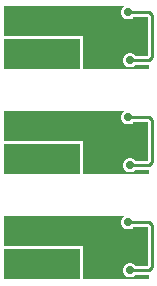
<source format=gbr>
G04 start of page 3 for group 1 idx 1 *
G04 Title: (unknown), bottom *
G04 Creator: pcb 20140316 *
G04 CreationDate: Sat 14 Dec 2019 03:41:57 AM GMT UTC *
G04 For: railfan *
G04 Format: Gerber/RS-274X *
G04 PCB-Dimensions (mil): 900.00 2000.00 *
G04 PCB-Coordinate-Origin: lower left *
%MOIN*%
%FSLAX25Y25*%
%LNBOTTOM*%
%ADD28C,0.0120*%
%ADD27C,0.0310*%
%ADD26C,0.0280*%
%ADD25C,0.0100*%
%ADD24C,0.0001*%
G54D24*G36*
X31000Y141000D02*Y151000D01*
X56500D01*
Y141000D01*
X31000D01*
G37*
G36*
Y162000D02*X71170D01*
X71085Y161948D01*
X70798Y161702D01*
X70552Y161415D01*
X70355Y161093D01*
X70210Y160744D01*
X70122Y160377D01*
X70093Y160000D01*
X70122Y159623D01*
X70210Y159256D01*
X70355Y158907D01*
X70552Y158585D01*
X70798Y158298D01*
X71085Y158052D01*
X71407Y157855D01*
X71756Y157710D01*
X72123Y157622D01*
X72500Y157593D01*
X72877Y157622D01*
X73244Y157710D01*
X73593Y157855D01*
X73915Y158052D01*
X74202Y158298D01*
X74375Y158500D01*
X78879D01*
X79000Y158379D01*
Y152000D01*
X31000D01*
Y162000D01*
G37*
G36*
X74375Y158500D02*X78879D01*
X79000Y158379D01*
Y145621D01*
X78879Y145500D01*
X74934D01*
X74761Y145702D01*
X74474Y145948D01*
X74152Y146145D01*
X73803Y146290D01*
X73436Y146378D01*
X73059Y146407D01*
X72682Y146378D01*
X72315Y146290D01*
X71966Y146145D01*
X71644Y145948D01*
X71357Y145702D01*
X71111Y145415D01*
X70914Y145093D01*
X70769Y144744D01*
X70681Y144377D01*
X70652Y144000D01*
X70681Y143623D01*
X70769Y143256D01*
X70914Y142907D01*
X71111Y142585D01*
X71357Y142298D01*
X71644Y142052D01*
X71966Y141855D01*
X72315Y141710D01*
X72682Y141622D01*
X73059Y141593D01*
X73436Y141622D01*
X73803Y141710D01*
X74152Y141855D01*
X74474Y142052D01*
X74761Y142298D01*
X74934Y142500D01*
X79441D01*
X79500Y142495D01*
Y141000D01*
X57500D01*
Y162000D01*
X71170D01*
X71085Y161948D01*
X70798Y161702D01*
X70552Y161415D01*
X70355Y161093D01*
X70210Y160744D01*
X70122Y160377D01*
X70093Y160000D01*
X70122Y159623D01*
X70210Y159256D01*
X70355Y158907D01*
X70552Y158585D01*
X70798Y158298D01*
X71085Y158052D01*
X71407Y157855D01*
X71756Y157710D01*
X72123Y157622D01*
X72500Y157593D01*
X72877Y157622D01*
X73244Y157710D01*
X73593Y157855D01*
X73915Y158052D01*
X74202Y158298D01*
X74375Y158500D01*
G37*
G36*
X31000Y106000D02*Y116000D01*
X56500D01*
Y106000D01*
X31000D01*
G37*
G36*
Y127000D02*X71170D01*
X71085Y126948D01*
X70798Y126702D01*
X70552Y126415D01*
X70355Y126093D01*
X70210Y125744D01*
X70122Y125377D01*
X70093Y125000D01*
X70122Y124623D01*
X70210Y124256D01*
X70355Y123907D01*
X70552Y123585D01*
X70798Y123298D01*
X71085Y123052D01*
X71407Y122855D01*
X71756Y122710D01*
X72123Y122622D01*
X72500Y122593D01*
X72877Y122622D01*
X73244Y122710D01*
X73593Y122855D01*
X73915Y123052D01*
X74202Y123298D01*
X74375Y123500D01*
X78879D01*
X79000Y123379D01*
Y117000D01*
X31000D01*
Y127000D01*
G37*
G36*
Y176000D02*Y186000D01*
X56500D01*
Y176000D01*
X31000D01*
G37*
G36*
Y197000D02*X71170D01*
X71085Y196948D01*
X70798Y196702D01*
X70552Y196415D01*
X70355Y196093D01*
X70210Y195744D01*
X70122Y195377D01*
X70093Y195000D01*
X70122Y194623D01*
X70210Y194256D01*
X70355Y193907D01*
X70552Y193585D01*
X70798Y193298D01*
X71085Y193052D01*
X71407Y192855D01*
X71756Y192710D01*
X72123Y192622D01*
X72500Y192593D01*
X72877Y192622D01*
X73244Y192710D01*
X73593Y192855D01*
X73915Y193052D01*
X74202Y193298D01*
X74375Y193500D01*
X78879D01*
X79000Y193379D01*
Y187000D01*
X31000D01*
Y197000D01*
G37*
G36*
X74375Y193500D02*X78879D01*
X79000Y193379D01*
Y180621D01*
X78879Y180500D01*
X74934D01*
X74761Y180702D01*
X74474Y180948D01*
X74152Y181145D01*
X73803Y181290D01*
X73436Y181378D01*
X73059Y181407D01*
X72682Y181378D01*
X72315Y181290D01*
X71966Y181145D01*
X71644Y180948D01*
X71357Y180702D01*
X71111Y180415D01*
X70914Y180093D01*
X70769Y179744D01*
X70681Y179377D01*
X70652Y179000D01*
X70681Y178623D01*
X70769Y178256D01*
X70914Y177907D01*
X71111Y177585D01*
X71357Y177298D01*
X71644Y177052D01*
X71966Y176855D01*
X72315Y176710D01*
X72682Y176622D01*
X73059Y176593D01*
X73436Y176622D01*
X73803Y176710D01*
X74152Y176855D01*
X74474Y177052D01*
X74761Y177298D01*
X74934Y177500D01*
X79441D01*
X79500Y177495D01*
Y176000D01*
X57500D01*
Y197000D01*
X71170D01*
X71085Y196948D01*
X70798Y196702D01*
X70552Y196415D01*
X70355Y196093D01*
X70210Y195744D01*
X70122Y195377D01*
X70093Y195000D01*
X70122Y194623D01*
X70210Y194256D01*
X70355Y193907D01*
X70552Y193585D01*
X70798Y193298D01*
X71085Y193052D01*
X71407Y192855D01*
X71756Y192710D01*
X72123Y192622D01*
X72500Y192593D01*
X72877Y192622D01*
X73244Y192710D01*
X73593Y192855D01*
X73915Y193052D01*
X74202Y193298D01*
X74375Y193500D01*
G37*
G36*
Y123500D02*X78879D01*
X79000Y123379D01*
Y110621D01*
X78879Y110500D01*
X74934D01*
X74761Y110702D01*
X74474Y110948D01*
X74152Y111145D01*
X73803Y111290D01*
X73436Y111378D01*
X73059Y111407D01*
X72682Y111378D01*
X72315Y111290D01*
X71966Y111145D01*
X71644Y110948D01*
X71357Y110702D01*
X71111Y110415D01*
X70914Y110093D01*
X70769Y109744D01*
X70681Y109377D01*
X70652Y109000D01*
X70681Y108623D01*
X70769Y108256D01*
X70914Y107907D01*
X71111Y107585D01*
X71357Y107298D01*
X71644Y107052D01*
X71966Y106855D01*
X72315Y106710D01*
X72682Y106622D01*
X73059Y106593D01*
X73436Y106622D01*
X73803Y106710D01*
X74152Y106855D01*
X74474Y107052D01*
X74761Y107298D01*
X74934Y107500D01*
X79441D01*
X79500Y107495D01*
Y106000D01*
X57500D01*
Y127000D01*
X71170D01*
X71085Y126948D01*
X70798Y126702D01*
X70552Y126415D01*
X70355Y126093D01*
X70210Y125744D01*
X70122Y125377D01*
X70093Y125000D01*
X70122Y124623D01*
X70210Y124256D01*
X70355Y123907D01*
X70552Y123585D01*
X70798Y123298D01*
X71085Y123052D01*
X71407Y122855D01*
X71756Y122710D01*
X72123Y122622D01*
X72500Y122593D01*
X72877Y122622D01*
X73244Y122710D01*
X73593Y122855D01*
X73915Y123052D01*
X74202Y123298D01*
X74375Y123500D01*
G37*
G54D25*X73059Y144000D02*X79500D01*
X80500Y145000D01*
X73059Y179000D02*X79500D01*
X80500Y180000D01*
Y194000D01*
X79500Y195000D01*
X72500D01*
X80500Y145000D02*Y159000D01*
Y110000D02*Y124000D01*
X79500Y125000D01*
X80500Y159000D02*X79500Y160000D01*
X72500D01*
X73059Y109000D02*X79500D01*
X80500Y110000D01*
X79500Y125000D02*X72500D01*
G54D26*X33000Y157500D03*
Y149000D03*
X36000D03*
Y157500D03*
X47000Y158000D03*
X50500D03*
X54000D03*
X47000Y123000D03*
X50500D03*
X54000D03*
X47000Y145000D03*
X50500D03*
X54000D03*
X33000Y192500D03*
Y184000D03*
X36000D03*
Y192500D03*
X47000Y193000D03*
X50500D03*
X54000D03*
X77000Y190000D03*
Y186500D03*
X47000Y180000D03*
X50500D03*
X54000D03*
X73059Y179000D03*
X72500Y195000D03*
X77000Y183000D03*
Y155000D03*
Y151500D03*
X73059Y144000D03*
X72500Y160000D03*
X77000Y148000D03*
Y120000D03*
Y116500D03*
X73059Y109000D03*
X72500Y125000D03*
X77000Y113000D03*
X33000Y122500D03*
Y114000D03*
X36000D03*
Y122500D03*
X47000Y110000D03*
X50500D03*
X54000D03*
G54D27*G54D28*G54D27*G54D28*G54D27*G54D28*G54D27*G54D28*G54D27*G54D28*G54D27*G54D28*G54D27*M02*

</source>
